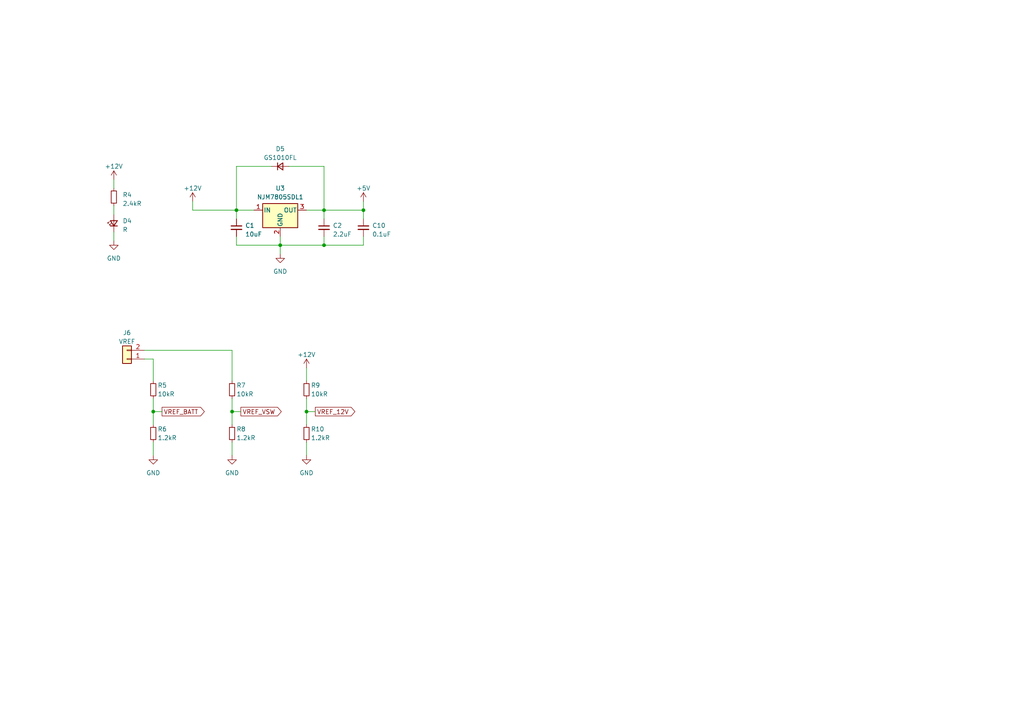
<source format=kicad_sch>
(kicad_sch (version 20250114) (generator "eeschema") (generator_version "9.0")
  (paper "A4")
  (lib_symbols
    (symbol "Connector_Generic:Conn_01x02" (pin_names (offset 1.016) (hide yes))
      (property "Reference" "J" (at 0 2.54 0))
      (property "Value" "Conn_01x02" (at 0 -5.08 0))
      (symbol "Conn_01x02_1_1"
        (rectangle (start -1.27 1.27) (end 1.27 -3.81) (stroke (width 0.254)) (fill (type background)))
        (rectangle (start -1.27 0.127) (end 0 -0.127) (stroke (width 0.1524)))
        (rectangle (start -1.27 -2.413) (end 0 -2.667) (stroke (width 0.1524)))
        (pin passive line (at -5.08 0 0) (length 3.81) (name "Pin_1") (number "1"))
        (pin passive line (at -5.08 -2.54 0) (length 3.81) (name "Pin_2") (number "2"))
      )
    )
    (symbol "Device:C_Small" (pin_numbers (hide yes)) (pin_names (offset 0.254) (hide yes))
      (property "Reference" "C" (at 0.254 1.778 0))
      (property "Value" "C_Small" (at 0.254 -2.032 0))
      (symbol "C_Small_0_1"
        (polyline (pts (xy -1.524 0.508) (xy 1.524 0.508)) (stroke (width 0.3048)))
        (polyline (pts (xy -1.524 -0.508) (xy 1.524 -0.508)) (stroke (width 0.3302)))
      )
      (symbol "C_Small_1_1"
        (pin passive line (at 0 2.54 270) (length 2.032) (name "~") (number "1"))
        (pin passive line (at 0 -2.54 90) (length 2.032) (name "~") (number "2"))
      )
    )
    (symbol "Device:D_Small" (pin_numbers (hide yes)) (pin_names (offset 0.254) (hide yes))
      (property "Reference" "D" (at -1.27 2.032 0))
      (property "Value" "D_Small" (at -3.81 -2.032 0))
      (symbol "D_Small_0_1"
        (polyline (pts (xy -0.762 0) (xy 0.762 0)))
        (polyline (pts (xy -0.762 -1.016) (xy -0.762 1.016)) (stroke (width 0.254)))
        (polyline (pts (xy 0.762 -1.016) (xy -0.762 0) (xy 0.762 1.016) (xy 0.762 -1.016)) (stroke (width 0.254)))
      )
      (symbol "D_Small_1_1"
        (pin passive line (at -2.54 0 0) (length 1.778) (name "K") (number "1"))
        (pin passive line (at 2.54 0 180) (length 1.778) (name "A") (number "2"))
      )
    )
    (symbol "Device:LED_Small" (pin_numbers (hide yes)) (pin_names (offset 0.254) (hide yes))
      (property "Reference" "D" (at -1.27 3.175 0))
      (property "Value" "LED_Small" (at -4.445 -2.54 0))
      (symbol "LED_Small_0_1"
        (polyline (pts (xy -0.762 -1.016) (xy -0.762 1.016)) (stroke (width 0.254)))
        (polyline (pts (xy 0 0.762) (xy -0.508 1.27) (xy -0.254 1.27) (xy -0.508 1.27) (xy -0.508 1.016)))
        (polyline (pts (xy 0.508 1.27) (xy 0 1.778) (xy 0.254 1.778) (xy 0 1.778) (xy 0 1.524)))
        (polyline (pts (xy 0.762 -1.016) (xy -0.762 0) (xy 0.762 1.016) (xy 0.762 -1.016)) (stroke (width 0.254)))
        (polyline (pts (xy 1.016 0) (xy -0.762 0)))
      )
      (symbol "LED_Small_1_1"
        (pin passive line (at -2.54 0 0) (length 1.778) (name "K") (number "1"))
        (pin passive line (at 2.54 0 180) (length 1.778) (name "A") (number "2"))
      )
    )
    (symbol "Device:R_Small" (pin_numbers (hide yes)) (pin_names (offset 0.254) (hide yes))
      (property "Reference" "R" (at 0.762 0.508 0))
      (property "Value" "R_Small" (at 0.762 -1.016 0))
      (symbol "R_Small_0_1"
        (rectangle (start -0.762 1.778) (end 0.762 -1.778) (stroke (width 0.2032)))
      )
      (symbol "R_Small_1_1"
        (pin passive line (at 0 2.54 270) (length 0.762) (name "~") (number "1"))
        (pin passive line (at 0 -2.54 90) (length 0.762) (name "~") (number "2"))
      )
    )
    (symbol "Regulator_Linear:L7805" (pin_names (offset 0.254))
      (property "Reference" "U" (at -3.81 3.175 0))
      (property "Value" "L7805" (at 0 3.175 0))
      (symbol "L7805_0_1"
        (rectangle (start -5.08 1.905) (end 5.08 -5.08) (stroke (width 0.254)) (fill (type background)))
      )
      (symbol "L7805_1_1"
        (pin power_in line (at -7.62 0 0) (length 2.54) (name "IN") (number "1"))
        (pin power_in line (at 0 -7.62 90) (length 2.54) (name "GND") (number "2"))
        (pin power_out line (at 7.62 0 180) (length 2.54) (name "OUT") (number "3"))
      )
    )
    (symbol "power:+12V" (power) (pin_names (offset 0))
      (property "Value" "+12V" (at 0 3.556 0))
      (symbol "+12V_0_1"
        (polyline (pts (xy -0.762 1.27) (xy 0 2.54)))
        (polyline (pts (xy 0 2.54) (xy 0.762 1.27)))
        (polyline (pts (xy 0 0) (xy 0 2.54)))
      )
      (symbol "+12V_1_1"
        (pin power_in line (at 0 0 90) (length 0) (hide yes) (name "+12V") (number "1"))
      )
    )
    (symbol "power:+5V" (power) (pin_names (offset 0))
      (property "Value" "+5V" (at 0 3.556 0))
      (symbol "+5V_0_1"
        (polyline (pts (xy -0.762 1.27) (xy 0 2.54)))
        (polyline (pts (xy 0 2.54) (xy 0.762 1.27)))
        (polyline (pts (xy 0 0) (xy 0 2.54)))
      )
      (symbol "+5V_1_1"
        (pin power_in line (at 0 0 90) (length 0) (hide yes) (name "+5V") (number "1"))
      )
    )
    (symbol "power:GND" (power) (pin_names (offset 0))
      (property "Value" "GND" (at 0 -3.81 0))
      (symbol "GND_0_1"
        (polyline (pts (xy 0 0) (xy 0 -1.27) (xy 1.27 -1.27) (xy 0 -2.54) (xy -1.27 -1.27) (xy 0 -1.27)))
      )
      (symbol "GND_1_1"
        (pin power_in line (at 0 0 270) (length 0) (hide yes) (name "GND") (number "1"))
      )
    )
  )
  (junction (at 67.31 119.38))
  (junction (at 68.58 60.96))
  (junction (at 81.28 71.12))
  (junction (at 105.41 60.96))
  (junction (at 44.45 119.38))
  (junction (at 93.98 60.96))
  (junction (at 88.9 119.38))
  (junction (at 93.98 71.12))
  (wire (pts (xy 81.28 68.58) (xy 81.28 71.12)))
  (wire (pts (xy 44.45 104.14) (xy 44.45 110.49)))
  (wire (pts (xy 93.98 71.12) (xy 93.98 68.58)))
  (wire (pts (xy 88.9 128.27) (xy 88.9 132.08)))
  (wire (pts (xy 93.98 48.26) (xy 93.98 60.96)))
  (wire (pts (xy 33.02 52.07) (xy 33.02 54.61)))
  (wire (pts (xy 105.41 71.12) (xy 93.98 71.12)))
  (wire (pts (xy 105.41 68.58) (xy 105.41 71.12)))
  (wire (pts (xy 88.9 60.96) (xy 93.98 60.96)))
  (wire (pts (xy 41.91 101.6) (xy 67.31 101.6)))
  (wire (pts (xy 67.31 119.38) (xy 69.85 119.38)))
  (wire (pts (xy 67.31 115.57) (xy 67.31 119.38)))
  (wire (pts (xy 55.88 60.96) (xy 68.58 60.96)))
  (wire (pts (xy 68.58 71.12) (xy 81.28 71.12)))
  (wire (pts (xy 44.45 119.38) (xy 46.99 119.38)))
  (wire (pts (xy 105.41 60.96) (xy 105.41 63.5)))
  (wire (pts (xy 93.98 60.96) (xy 105.41 60.96)))
  (wire (pts (xy 67.31 101.6) (xy 67.31 110.49)))
  (wire (pts (xy 67.31 128.27) (xy 67.31 132.08)))
  (wire (pts (xy 73.66 60.96) (xy 68.58 60.96)))
  (wire (pts (xy 68.58 48.26) (xy 78.74 48.26)))
  (wire (pts (xy 88.9 115.57) (xy 88.9 119.38)))
  (wire (pts (xy 68.58 68.58) (xy 68.58 71.12)))
  (wire (pts (xy 33.02 59.69) (xy 33.02 62.23)))
  (wire (pts (xy 105.41 58.42) (xy 105.41 60.96)))
  (wire (pts (xy 67.31 119.38) (xy 67.31 123.19)))
  (wire (pts (xy 41.91 104.14) (xy 44.45 104.14)))
  (wire (pts (xy 88.9 119.38) (xy 88.9 123.19)))
  (wire (pts (xy 55.88 58.42) (xy 55.88 60.96)))
  (wire (pts (xy 88.9 119.38) (xy 91.44 119.38)))
  (wire (pts (xy 93.98 60.96) (xy 93.98 63.5)))
  (wire (pts (xy 44.45 115.57) (xy 44.45 119.38)))
  (wire (pts (xy 44.45 128.27) (xy 44.45 132.08)))
  (wire (pts (xy 44.45 119.38) (xy 44.45 123.19)))
  (wire (pts (xy 33.02 67.31) (xy 33.02 69.85)))
  (wire (pts (xy 81.28 71.12) (xy 81.28 73.66)))
  (wire (pts (xy 68.58 60.96) (xy 68.58 63.5)))
  (wire (pts (xy 68.58 48.26) (xy 68.58 60.96)))
  (wire (pts (xy 81.28 71.12) (xy 93.98 71.12)))
  (wire (pts (xy 83.82 48.26) (xy 93.98 48.26)))
  (wire (pts (xy 88.9 106.68) (xy 88.9 110.49)))
  (global_label "VREF_12V" (shape output) (at 91.44 119.38 0) (property "Intersheetrefs" "${INTERSHEET_REFS}" (effects (hide yes))))
  (global_label "VREF_VSW" (shape output) (at 69.85 119.38 0) (property "Intersheetrefs" "${INTERSHEET_REFS}" (effects (hide yes))))
  (global_label "VREF_BATT" (shape output) (at 46.99 119.38 0) (property "Intersheetrefs" "${INTERSHEET_REFS}" (effects (hide yes))))
  (symbol (lib_id "power:GND") (at 67.31 132.08 0) (mirror y) (unit 1)
    (property "Reference" "#PWR015" (effects (hide yes)))
    (property "Value" "GND" (at 67.31 137.16 0))
  )
  (symbol (lib_id "power:GND") (at 81.28 73.66 0) (unit 1)
    (property "Reference" "#PWR016" (effects (hide yes)))
    (property "Value" "GND" (at 81.28 78.74 0))
    (instances (project "FlightModule" (path "" (reference "#PWR016") (unit 1))) (project "SystemData" (path "" (reference "#PWR02") (unit 1))))
  )
  (symbol (lib_id "Device:R_Small") (at 44.45 113.03 180) (unit 1)
    (property "Reference" "R5" (at 45.72 111.76 0) (effects (justify right)))
    (property "Value" "10kR" (at 45.72 114.3 0) (effects (justify right)))
    (property "Footprint" "Resistor_SMD:R_0603_1608Metric_Pad0.98x0.95mm_HandSolder" (effects (hide yes)))
    (property "Datasheet" "https://www.chip1stop.com/view/dispDetail/DispDetail?partId=ROHM-0040176" (effects (hide yes)))
  )
  (symbol (lib_id "Connector_Generic:Conn_01x02") (at 36.83 104.14 180) (unit 1)
    (property "Reference" "J6" (at 36.83 96.52 0))
    (property "Value" "VREF" (at 36.83 99.06 0))
    (property "Footprint" "Hirose_Connector:Hirose_DF1B" (effects (hide yes)))
    (property "Datasheet" "https://www.hirose.com/ja/product/p/CL0541-0242-6-01" (effects (hide yes)))
  )
  (symbol (lib_id "power:GND") (at 88.9 132.08 0) (mirror y) (unit 1)
    (property "Reference" "#PWR018" (effects (hide yes)))
    (property "Value" "GND" (at 88.9 137.16 0))
  )
  (symbol (lib_id "Device:C_Small") (at 93.98 66.04 0) (unit 1)
    (property "Reference" "C2" (at 96.52 65.4113 0) (effects (justify left)))
    (property "Value" "2.2uF" (at 96.52 67.9513 0) (effects (justify left)))
    (property "Footprint" "Capacitor_SMD:C_0603_1608Metric_Pad1.08x0.95mm_HandSolder" (effects (hide yes)))
    (property "Datasheet" "https://akizukidenshi.com/catalog/g/gP-16077/" (effects (hide yes)))
  )
  (symbol (lib_id "Device:LED_Small") (at 33.02 64.77 90) (unit 1)
    (property "Reference" "D4" (at 35.56 64.0715 90) (effects (justify right)))
    (property "Value" "R" (at 35.56 66.6115 90) (effects (justify right)))
    (property "Footprint" "LED_SMD:LED_0603_1608Metric_Pad1.05x0.95mm_HandSolder" (effects (hide yes)))
    (property "Datasheet" "https://akizukidenshi.com/catalog/g/gI-03978/" (effects (hide yes)))
  )
  (symbol (lib_id "power:GND") (at 44.45 132.08 0) (mirror y) (unit 1)
    (property "Reference" "#PWR013" (effects (hide yes)))
    (property "Value" "GND" (at 44.45 137.16 0))
  )
  (symbol (lib_id "Device:R_Small") (at 88.9 125.73 180) (unit 1)
    (property "Reference" "R10" (at 90.17 124.46 0) (effects (justify right)))
    (property "Value" "1.2kR" (at 90.17 127 0) (effects (justify right)))
    (property "Footprint" "Resistor_SMD:R_0603_1608Metric_Pad0.98x0.95mm_HandSolder" (effects (hide yes)))
    (property "Datasheet" "https://www.chip1stop.com/view/dispDetail/DispDetail?partId=ROHM-0040117" (effects (hide yes)))
  )
  (symbol (lib_id "power:+12V") (at 88.9 106.68 0) (unit 1)
    (property "Reference" "#PWR017" (effects (hide yes)))
    (property "Value" "+12V" (at 88.9 102.87 0))
  )
  (symbol (lib_id "Device:D_Small") (at 81.28 48.26 0) (unit 1)
    (property "Reference" "D5" (at 81.28 43.18 0))
    (property "Value" "GS1010FL" (at 81.28 45.72 0))
    (property "Footprint" "Diode_SMD:D_SOD-123F" (effects (hide yes)))
    (property "Datasheet" "https://akizukidenshi.com/catalog/g/gI-06014/" (effects (hide yes)))
    (property "Sim.Device" "D" (effects (hide yes)))
    (property "Sim.Pins" "1=K 2=A" (effects (hide yes)))
  )
  (symbol (lib_id "Device:R_Small") (at 33.02 57.15 0) (unit 1)
    (property "Reference" "R4" (at 35.56 56.515 0) (effects (justify left)))
    (property "Value" "2.4kR" (at 35.56 59.055 0) (effects (justify left)))
    (property "Footprint" "Resistor_SMD:R_0603_1608Metric_Pad0.98x0.95mm_HandSolder" (effects (hide yes)))
    (property "Datasheet" "https://akizukidenshi.com/catalog/g/gI-03978/" (effects (hide yes)))
  )
  (symbol (lib_id "Device:R_Small") (at 44.45 125.73 180) (unit 1)
    (property "Reference" "R6" (at 45.72 124.46 0) (effects (justify right)))
    (property "Value" "1.2kR" (at 45.72 127 0) (effects (justify right)))
    (property "Footprint" "Resistor_SMD:R_0603_1608Metric_Pad0.98x0.95mm_HandSolder" (effects (hide yes)))
    (property "Datasheet" "https://www.chip1stop.com/view/dispDetail/DispDetail?partId=ROHM-0040117" (effects (hide yes)))
  )
  (symbol (lib_id "Device:R_Small") (at 88.9 113.03 180) (unit 1)
    (property "Reference" "R9" (at 90.17 111.76 0) (effects (justify right)))
    (property "Value" "10kR" (at 90.17 114.3 0) (effects (justify right)))
    (property "Footprint" "Resistor_SMD:R_0603_1608Metric_Pad0.98x0.95mm_HandSolder" (effects (hide yes)))
    (property "Datasheet" "https://www.chip1stop.com/view/dispDetail/DispDetail?partId=ROHM-0040176" (effects (hide yes)))
  )
  (symbol (lib_id "power:GND") (at 33.02 69.85 0) (unit 1)
    (property "Reference" "#PWR012" (effects (hide yes)))
    (property "Value" "GND" (at 33.02 74.93 0))
  )
  (symbol (lib_id "Regulator_Linear:L7805") (at 81.28 60.96 0) (unit 1)
    (property "Reference" "U3" (at 81.28 54.61 0))
    (property "Value" "NJM7805SDL1" (at 81.28 57.15 0))
    (property "Footprint" "Package_TO_SOT_SMD:TO-252-2" (effects (hide yes)))
    (property "Datasheet" "https://akizukidenshi.com/catalog/g/gI-11237/" (effects (hide yes)))
  )
  (symbol (lib_id "power:+12V") (at 33.02 52.07 0) (unit 1)
    (property "Reference" "#PWR011" (effects (hide yes)))
    (property "Value" "+12V" (at 33.02 48.26 0))
  )
  (symbol (lib_id "Device:C_Small") (at 68.58 66.04 0) (unit 1)
    (property "Reference" "C1" (at 71.12 65.4113 0) (effects (justify left)))
    (property "Value" "10uF" (at 71.12 67.9513 0) (effects (justify left)))
    (property "Footprint" "Capacitor_SMD:C_1206_3216Metric_Pad1.33x1.80mm_HandSolder" (effects (hide yes)))
    (property "Datasheet" "https://akizukidenshi.com/catalog/g/gP-17338/" (effects (hide yes)))
  )
  (symbol (lib_id "power:+12V") (at 55.88 58.42 0) (mirror y) (unit 1)
    (property "Reference" "#PWR014" (effects (hide yes)))
    (property "Value" "+12V" (at 55.88 54.61 0))
    (instances (project "FlightModule" (path "" (reference "#PWR014") (unit 1))) (project "SystemData" (path "" (reference "#PWR01") (unit 1))))
  )
  (symbol (lib_id "Device:R_Small") (at 67.31 125.73 180) (unit 1)
    (property "Reference" "R8" (at 68.58 124.46 0) (effects (justify right)))
    (property "Value" "1.2kR" (at 68.58 127 0) (effects (justify right)))
    (property "Footprint" "Resistor_SMD:R_0603_1608Metric_Pad0.98x0.95mm_HandSolder" (effects (hide yes)))
    (property "Datasheet" "https://www.chip1stop.com/view/dispDetail/DispDetail?partId=ROHM-0040117" (effects (hide yes)))
  )
  (symbol (lib_id "power:+5V") (at 105.41 58.42 0) (unit 1)
    (property "Reference" "#PWR019" (effects (hide yes)))
    (property "Value" "+5V" (at 105.41 54.61 0))
    (instances (project "FlightModule" (path "" (reference "#PWR019") (unit 1))) (project "SystemData" (path "" (reference "#PWR029") (unit 1))))
  )
  (symbol (lib_id "Device:R_Small") (at 67.31 113.03 180) (unit 1)
    (property "Reference" "R7" (at 68.58 111.76 0) (effects (justify right)))
    (property "Value" "10kR" (at 68.58 114.3 0) (effects (justify right)))
    (property "Footprint" "Resistor_SMD:R_0603_1608Metric_Pad0.98x0.95mm_HandSolder" (effects (hide yes)))
    (property "Datasheet" "https://www.chip1stop.com/view/dispDetail/DispDetail?partId=ROHM-0040176" (effects (hide yes)))
  )
  (symbol (lib_id "Device:C_Small") (at 105.41 66.04 0) (unit 1)
    (property "Reference" "C10" (at 107.95 65.4113 0) (effects (justify left)))
    (property "Value" "0.1uF" (at 107.95 67.9513 0) (effects (justify left)))
    (property "Footprint" "Capacitor_SMD:C_0603_1608Metric_Pad1.08x0.95mm_HandSolder" (effects (hide yes)))
    (property "Datasheet" "https://akizukidenshi.com/catalog/g/gP-16143/" (effects (hide yes)))
  )
)
</source>
